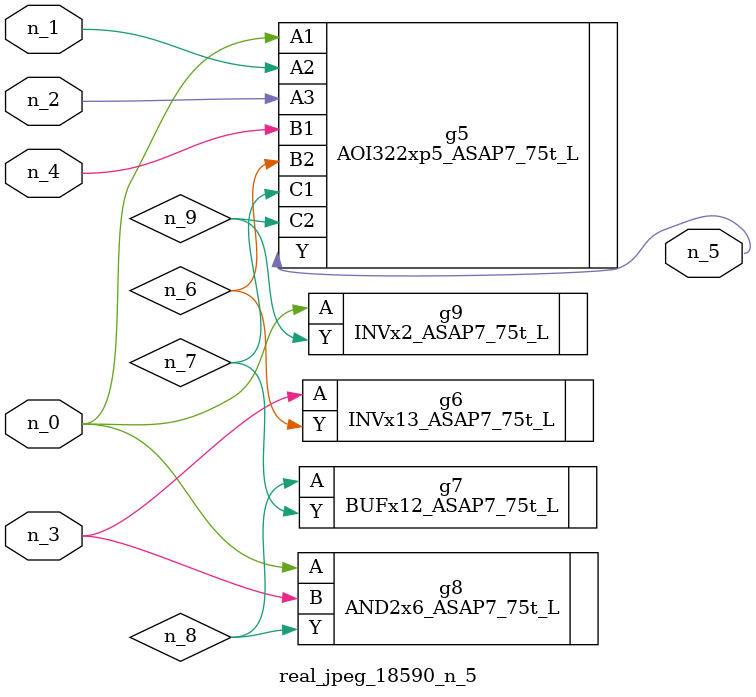
<source format=v>
module real_jpeg_18590_n_5 (n_4, n_0, n_1, n_2, n_3, n_5);

input n_4;
input n_0;
input n_1;
input n_2;
input n_3;

output n_5;

wire n_8;
wire n_6;
wire n_7;
wire n_9;

AOI322xp5_ASAP7_75t_L g5 ( 
.A1(n_0),
.A2(n_1),
.A3(n_2),
.B1(n_4),
.B2(n_6),
.C1(n_7),
.C2(n_9),
.Y(n_5)
);

AND2x6_ASAP7_75t_L g8 ( 
.A(n_0),
.B(n_3),
.Y(n_8)
);

INVx2_ASAP7_75t_L g9 ( 
.A(n_0),
.Y(n_9)
);

INVx13_ASAP7_75t_L g6 ( 
.A(n_3),
.Y(n_6)
);

BUFx12_ASAP7_75t_L g7 ( 
.A(n_8),
.Y(n_7)
);


endmodule
</source>
